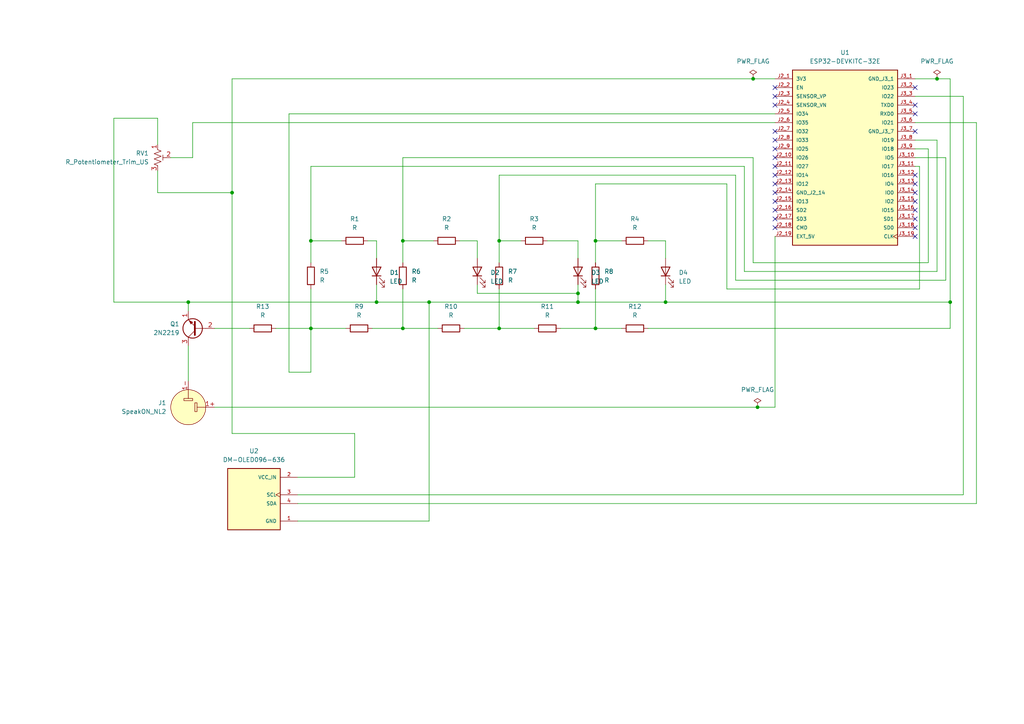
<source format=kicad_sch>
(kicad_sch (version 20250114) (generator "eeschema") (generator_version "9.0")
  (paper "A4")
  (lib_symbols
    (symbol "Connector_Audio:SpeakON_NL2" (pin_names (hide yes))
      (property "Reference" "J" (at 2.54 8.89 0))
      (property "Value" "SpeakON_NL2" (at 7.62 6.35 0))
      (symbol "SpeakON_NL2_0_1"
        (polyline (pts (xy -5.08 0) (xy -2.54 0)))
        (rectangle (start -2.54 1.27) (end -1.905 -1.27))
        (rectangle (start -1.27 2.54) (end 1.27 1.905))
        (polyline (pts (xy 0 5.08) (xy 0 2.54)))
        (circle (center 0 0) (radius 5.08) (fill (type background)))
        (pin passive line (at -7.62 0 0) (length 2.54) (name "1-") (number "1-"))
      )
      (symbol "SpeakON_NL2_1_1"
        (pin passive line (at 0 7.62 270) (length 2.54) (name "1+") (number "1+"))
      )
    )
    (symbol "DM-OLED096-636:DM-OLED096-636" (pin_names (offset 1.016))
      (property "Reference" "U" (at -7.62 10.922 0))
      (property "Value" "DM-OLED096-636" (at -7.62 -10.16 0))
      (symbol "DM-OLED096-636_0_0"
        (rectangle (start -7.62 -7.62) (end 7.62 10.16) (stroke (width 0.254)) (fill (type background)))
        (pin power_in line (at 12.7 7.62 180) (length 5.08) (name "VCC_IN") (number "2"))
        (pin input clock (at 12.7 2.54 180) (length 5.08) (name "SCL") (number "3"))
        (pin bidirectional line (at 12.7 0 180) (length 5.08) (name "SDA") (number "4"))
        (pin power_in line (at 12.7 -5.08 180) (length 5.08) (name "GND") (number "1"))
      )
    )
    (symbol "Device:LED" (pin_numbers (hide yes)) (pin_names (offset 1.016) (hide yes))
      (property "Reference" "D" (at 0 2.54 0))
      (property "Value" "LED" (at 0 -2.54 0))
      (symbol "LED_0_1"
        (polyline (pts (xy -3.048 -0.762) (xy -4.572 -2.286) (xy -3.81 -2.286) (xy -4.572 -2.286) (xy -4.572 -1.524)))
        (polyline (pts (xy -1.778 -0.762) (xy -3.302 -2.286) (xy -2.54 -2.286) (xy -3.302 -2.286) (xy -3.302 -1.524)))
        (polyline (pts (xy -1.27 0) (xy 1.27 0)))
        (polyline (pts (xy -1.27 -1.27) (xy -1.27 1.27)) (stroke (width 0.254)))
        (polyline (pts (xy 1.27 -1.27) (xy 1.27 1.27) (xy -1.27 0) (xy 1.27 -1.27)) (stroke (width 0.254)))
      )
      (symbol "LED_1_1"
        (pin passive line (at -3.81 0 0) (length 2.54) (name "K") (number "1"))
        (pin passive line (at 3.81 0 180) (length 2.54) (name "A") (number "2"))
      )
    )
    (symbol "Device:R" (pin_numbers (hide yes)) (pin_names (offset 0))
      (property "Reference" "R" (at 2.032 0 90))
      (property "Value" "R" (at 0 0 90))
      (symbol "R_0_1"
        (rectangle (start -1.016 -2.54) (end 1.016 2.54) (stroke (width 0.254)))
      )
      (symbol "R_1_1"
        (pin passive line (at 0 3.81 270) (length 1.27) (name "~") (number "1"))
        (pin passive line (at 0 -3.81 90) (length 1.27) (name "~") (number "2"))
      )
    )
    (symbol "Device:R_Potentiometer_Trim_US" (pin_names (offset 1.016) (hide yes))
      (property "Reference" "RV" (at -4.445 0 90))
      (property "Value" "R_Potentiometer_Trim_US" (at -2.54 0 90))
      (symbol "R_Potentiometer_Trim_US_0_1"
        (polyline (pts (xy 0 2.286) (xy 0 2.54)))
        (polyline (pts (xy 0 2.286) (xy 1.016 1.905) (xy 0 1.524) (xy -1.016 1.143) (xy 0 0.762)))
        (polyline (pts (xy 0 0.762) (xy 1.016 0.381) (xy 0 0) (xy -1.016 -0.381) (xy 0 -0.762)))
        (polyline (pts (xy 0 -0.762) (xy 1.016 -1.143) (xy 0 -1.524) (xy -1.016 -1.905) (xy 0 -2.286)))
        (polyline (pts (xy 0 -2.286) (xy 0 -2.54)))
        (polyline (pts (xy 1.524 0.762) (xy 1.524 -0.762)))
        (polyline (pts (xy 2.54 0) (xy 1.524 0)))
      )
      (symbol "R_Potentiometer_Trim_US_1_1"
        (pin passive line (at 0 3.81 270) (length 1.27) (name "1") (number "1"))
        (pin passive line (at 0 -3.81 90) (length 1.27) (name "3") (number "3"))
        (pin passive line (at 3.81 0 180) (length 1.27) (name "2") (number "2"))
      )
    )
    (symbol "ESP32-DEVKITC-32E:ESP32-DEVKITC-32E" (pin_names (offset 1.016))
      (property "Reference" "U" (at -15.24 26.162 0))
      (property "Value" "ESP32-DEVKITC-32E" (at -15.24 -27.94 0))
      (symbol "ESP32-DEVKITC-32E_0_0"
        (rectangle (start -15.24 -25.4) (end 15.24 25.4) (stroke (width 0.254)) (fill (type background)))
        (pin power_in line (at -20.32 22.86 0) (length 5.08) (name "3V3") (number "J2_1"))
        (pin input line (at -20.32 20.32 0) (length 5.08) (name "EN") (number "J2_2"))
        (pin bidirectional line (at -20.32 17.78 0) (length 5.08) (name "SENSOR_VP") (number "J2_3"))
        (pin bidirectional line (at -20.32 15.24 0) (length 5.08) (name "SENSOR_VN") (number "J2_4"))
        (pin bidirectional line (at -20.32 12.7 0) (length 5.08) (name "IO34") (number "J2_5"))
        (pin bidirectional line (at -20.32 10.16 0) (length 5.08) (name "IO35") (number "J2_6"))
        (pin bidirectional line (at -20.32 7.62 0) (length 5.08) (name "IO32") (number "J2_7"))
        (pin bidirectional line (at -20.32 5.08 0) (length 5.08) (name "IO33") (number "J2_8"))
        (pin bidirectional line (at -20.32 2.54 0) (length 5.08) (name "IO25") (number "J2_9"))
        (pin bidirectional line (at -20.32 0 0) (length 5.08) (name "IO26") (number "J2_10"))
        (pin bidirectional line (at -20.32 -2.54 0) (length 5.08) (name "IO27") (number "J2_11"))
        (pin bidirectional line (at -20.32 -5.08 0) (length 5.08) (name "IO14") (number "J2_12"))
        (pin bidirectional line (at -20.32 -7.62 0) (length 5.08) (name "IO12") (number "J2_13"))
        (pin power_in line (at -20.32 -10.16 0) (length 5.08) (name "GND_J2_14") (number "J2_14"))
        (pin bidirectional line (at -20.32 -12.7 0) (length 5.08) (name "IO13") (number "J2_15"))
        (pin bidirectional line (at -20.32 -15.24 0) (length 5.08) (name "SD2") (number "J2_16"))
        (pin bidirectional line (at -20.32 -17.78 0) (length 5.08) (name "SD3") (number "J2_17"))
        (pin bidirectional line (at -20.32 -20.32 0) (length 5.08) (name "CMD") (number "J2_18"))
        (pin power_in line (at -20.32 -22.86 0) (length 5.08) (name "EXT_5V") (number "J2_19"))
        (pin power_in line (at 20.32 22.86 180) (length 5.08) (name "GND_J3_1") (number "J3_1"))
        (pin bidirectional line (at 20.32 20.32 180) (length 5.08) (name "IO23") (number "J3_2"))
        (pin bidirectional line (at 20.32 17.78 180) (length 5.08) (name "IO22") (number "J3_3"))
        (pin bidirectional line (at 20.32 15.24 180) (length 5.08) (name "TXD0") (number "J3_4"))
        (pin bidirectional line (at 20.32 12.7 180) (length 5.08) (name "RXD0") (number "J3_5"))
        (pin bidirectional line (at 20.32 10.16 180) (length 5.08) (name "IO21") (number "J3_6"))
        (pin power_in line (at 20.32 7.62 180) (length 5.08) (name "GND_J3_7") (number "J3_7"))
        (pin bidirectional line (at 20.32 5.08 180) (length 5.08) (name "IO19") (number "J3_8"))
        (pin bidirectional line (at 20.32 2.54 180) (length 5.08) (name "IO18") (number "J3_9"))
        (pin bidirectional line (at 20.32 0 180) (length 5.08) (name "IO5") (number "J3_10"))
        (pin bidirectional line (at 20.32 -2.54 180) (length 5.08) (name "IO17") (number "J3_11"))
        (pin bidirectional line (at 20.32 -5.08 180) (length 5.08) (name "IO16") (number "J3_12"))
        (pin bidirectional line (at 20.32 -7.62 180) (length 5.08) (name "IO4") (number "J3_13"))
        (pin bidirectional line (at 20.32 -10.16 180) (length 5.08) (name "IO0") (number "J3_14"))
        (pin bidirectional line (at 20.32 -12.7 180) (length 5.08) (name "IO2") (number "J3_15"))
        (pin bidirectional line (at 20.32 -15.24 180) (length 5.08) (name "IO15") (number "J3_16"))
        (pin bidirectional line (at 20.32 -17.78 180) (length 5.08) (name "SD1") (number "J3_17"))
        (pin bidirectional line (at 20.32 -20.32 180) (length 5.08) (name "SD0") (number "J3_18"))
        (pin bidirectional clock (at 20.32 -22.86 180) (length 5.08) (name "CLK") (number "J3_19"))
      )
    )
    (symbol "Transistor_BJT:2N2219" (pin_names (offset 0) (hide yes))
      (property "Reference" "Q" (at 5.08 1.905 0))
      (property "Value" "2N2219" (at 5.08 0 0))
      (symbol "2N2219_0_1"
        (polyline (pts (xy -2.54 0) (xy 0.635 0)))
        (polyline (pts (xy 0.635 1.905) (xy 0.635 -1.905)) (stroke (width 0.508)))
        (circle (center 1.27 0) (radius 2.8194) (stroke (width 0.254)))
      )
      (symbol "2N2219_1_1"
        (polyline (pts (xy 0.635 0.635) (xy 2.54 2.54)))
        (polyline (pts (xy 0.635 -0.635) (xy 2.54 -2.54)))
        (polyline (pts (xy 1.27 -1.778) (xy 1.778 -1.27) (xy 2.286 -2.286) (xy 1.27 -1.778)) (fill (type outline)))
        (pin input line (at -5.08 0 0) (length 2.54) (name "B") (number "2"))
        (pin passive line (at 2.54 5.08 270) (length 2.54) (name "C") (number "3"))
        (pin passive line (at 2.54 -5.08 90) (length 2.54) (name "E") (number "1"))
      )
    )
    (symbol "power:PWR_FLAG" (power) (pin_numbers (hide yes)) (pin_names (offset 0) (hide yes))
      (property "Value" "PWR_FLAG" (at 0 3.81 0))
      (symbol "PWR_FLAG_0_0"
        (pin power_out line (at 0 0 90) (length 0) (name "~") (number "1"))
      )
      (symbol "PWR_FLAG_0_1"
        (polyline (pts (xy 0 0) (xy 0 1.27) (xy -1.016 1.905) (xy 0 2.54) (xy 1.016 1.905) (xy 0 1.27)))
      )
    )
  )
  (junction (at 116.84 69.85))
  (junction (at 116.84 95.25))
  (junction (at 54.61 87.63))
  (junction (at 193.04 87.63))
  (junction (at 218.44 22.86))
  (junction (at 90.17 95.25))
  (junction (at 144.78 69.85))
  (junction (at 167.64 85.09))
  (junction (at 67.31 55.88))
  (junction (at 144.78 95.25))
  (junction (at 109.22 87.63))
  (junction (at 90.17 69.85))
  (junction (at 167.64 87.63))
  (junction (at 271.78 22.86))
  (junction (at 172.72 69.85))
  (junction (at 172.72 95.25))
  (junction (at 219.71 118.11))
  (junction (at 124.46 87.63))
  (junction (at 275.59 87.63))
  (no_connect (at 265.43 25.4))
  (no_connect (at 224.79 27.94))
  (no_connect (at 224.79 58.42))
  (no_connect (at 265.43 60.96))
  (no_connect (at 224.79 45.72))
  (no_connect (at 224.79 43.18))
  (no_connect (at 265.43 66.04))
  (no_connect (at 265.43 38.1))
  (no_connect (at 224.79 40.64))
  (no_connect (at 265.43 68.58))
  (no_connect (at 224.79 38.1))
  (no_connect (at 224.79 53.34))
  (no_connect (at 224.79 60.96))
  (no_connect (at 265.43 63.5))
  (no_connect (at 224.79 25.4))
  (no_connect (at 224.79 63.5))
  (no_connect (at 224.79 66.04))
  (no_connect (at 265.43 33.02))
  (no_connect (at 224.79 48.26))
  (no_connect (at 224.79 30.48))
  (no_connect (at 265.43 50.8))
  (no_connect (at 265.43 53.34))
  (no_connect (at 224.79 55.88))
  (no_connect (at 265.43 30.48))
  (no_connect (at 265.43 58.42))
  (no_connect (at 265.43 55.88))
  (no_connect (at 224.79 50.8))
  (wire (pts (xy 274.32 81.28) (xy 213.36 81.28)))
  (wire (pts (xy 193.04 87.63) (xy 167.64 87.63)))
  (wire (pts (xy 90.17 107.95) (xy 83.82 107.95)))
  (wire (pts (xy 265.43 40.64) (xy 271.78 40.64)))
  (wire (pts (xy 266.7 48.26) (xy 265.43 48.26)))
  (wire (pts (xy 144.78 50.8) (xy 144.78 69.85)))
  (wire (pts (xy 215.9 48.26) (xy 90.17 48.26)))
  (wire (pts (xy 271.78 78.74) (xy 215.9 78.74)))
  (wire (pts (xy 158.75 69.85) (xy 167.64 69.85)))
  (wire (pts (xy 62.23 118.11) (xy 219.71 118.11)))
  (wire (pts (xy 218.44 45.72) (xy 116.84 45.72)))
  (wire (pts (xy 213.36 50.8) (xy 144.78 50.8)))
  (wire (pts (xy 45.72 49.53) (xy 45.72 55.88)))
  (wire (pts (xy 215.9 78.74) (xy 215.9 48.26)))
  (wire (pts (xy 86.36 151.13) (xy 124.46 151.13)))
  (wire (pts (xy 266.7 83.82) (xy 266.7 48.26)))
  (wire (pts (xy 210.82 83.82) (xy 266.7 83.82)))
  (wire (pts (xy 275.59 87.63) (xy 193.04 87.63)))
  (wire (pts (xy 138.43 82.55) (xy 138.43 85.09)))
  (wire (pts (xy 138.43 85.09) (xy 167.64 85.09)))
  (wire (pts (xy 45.72 34.29) (xy 45.72 41.91)))
  (wire (pts (xy 54.61 87.63) (xy 33.02 87.63)))
  (wire (pts (xy 86.36 143.51) (xy 279.4 143.51)))
  (wire (pts (xy 275.59 87.63) (xy 275.59 95.25)))
  (wire (pts (xy 172.72 95.25) (xy 180.34 95.25)))
  (wire (pts (xy 144.78 83.82) (xy 144.78 95.25)))
  (wire (pts (xy 109.22 69.85) (xy 109.22 74.93)))
  (wire (pts (xy 274.32 45.72) (xy 274.32 81.28)))
  (wire (pts (xy 83.82 33.02) (xy 224.79 33.02)))
  (wire (pts (xy 80.01 95.25) (xy 90.17 95.25)))
  (wire (pts (xy 172.72 69.85) (xy 172.72 53.34)))
  (wire (pts (xy 83.82 33.02) (xy 83.82 107.95)))
  (wire (pts (xy 90.17 83.82) (xy 90.17 95.25)))
  (wire (pts (xy 116.84 45.72) (xy 116.84 69.85)))
  (wire (pts (xy 133.35 69.85) (xy 138.43 69.85)))
  (wire (pts (xy 144.78 95.25) (xy 154.94 95.25)))
  (wire (pts (xy 67.31 55.88) (xy 67.31 125.73)))
  (wire (pts (xy 54.61 100.33) (xy 54.61 110.49)))
  (wire (pts (xy 218.44 22.86) (xy 67.31 22.86)))
  (wire (pts (xy 116.84 95.25) (xy 127 95.25)))
  (wire (pts (xy 283.21 35.56) (xy 265.43 35.56)))
  (wire (pts (xy 210.82 53.34) (xy 210.82 83.82)))
  (wire (pts (xy 193.04 82.55) (xy 193.04 87.63)))
  (wire (pts (xy 167.64 87.63) (xy 167.64 85.09)))
  (wire (pts (xy 107.95 95.25) (xy 116.84 95.25)))
  (wire (pts (xy 124.46 87.63) (xy 167.64 87.63)))
  (wire (pts (xy 162.56 95.25) (xy 172.72 95.25)))
  (wire (pts (xy 224.79 22.86) (xy 218.44 22.86)))
  (wire (pts (xy 86.36 138.43) (xy 102.87 138.43)))
  (wire (pts (xy 49.53 45.72) (xy 55.88 45.72)))
  (wire (pts (xy 279.4 27.94) (xy 265.43 27.94)))
  (wire (pts (xy 138.43 69.85) (xy 138.43 74.93)))
  (wire (pts (xy 54.61 87.63) (xy 54.61 90.17)))
  (wire (pts (xy 124.46 151.13) (xy 124.46 87.63)))
  (wire (pts (xy 62.23 95.25) (xy 72.39 95.25)))
  (wire (pts (xy 90.17 48.26) (xy 90.17 69.85)))
  (wire (pts (xy 275.59 22.86) (xy 275.59 87.63)))
  (wire (pts (xy 67.31 125.73) (xy 102.87 125.73)))
  (wire (pts (xy 172.72 76.2) (xy 172.72 69.85)))
  (wire (pts (xy 224.79 35.56) (xy 55.88 35.56)))
  (wire (pts (xy 90.17 95.25) (xy 90.17 107.95)))
  (wire (pts (xy 193.04 69.85) (xy 193.04 74.93)))
  (wire (pts (xy 271.78 40.64) (xy 271.78 78.74)))
  (wire (pts (xy 269.24 43.18) (xy 269.24 76.2)))
  (wire (pts (xy 167.64 69.85) (xy 167.64 74.93)))
  (wire (pts (xy 86.36 146.05) (xy 283.21 146.05)))
  (wire (pts (xy 134.62 95.25) (xy 144.78 95.25)))
  (wire (pts (xy 33.02 87.63) (xy 33.02 34.29)))
  (wire (pts (xy 265.43 43.18) (xy 269.24 43.18)))
  (wire (pts (xy 67.31 55.88) (xy 45.72 55.88)))
  (wire (pts (xy 106.68 69.85) (xy 109.22 69.85)))
  (wire (pts (xy 116.84 76.2) (xy 116.84 69.85)))
  (wire (pts (xy 144.78 76.2) (xy 144.78 69.85)))
  (wire (pts (xy 265.43 45.72) (xy 274.32 45.72)))
  (wire (pts (xy 33.02 34.29) (xy 45.72 34.29)))
  (wire (pts (xy 109.22 82.55) (xy 109.22 87.63)))
  (wire (pts (xy 90.17 76.2) (xy 90.17 69.85)))
  (wire (pts (xy 279.4 143.51) (xy 279.4 27.94)))
  (wire (pts (xy 269.24 76.2) (xy 218.44 76.2)))
  (wire (pts (xy 219.71 118.11) (xy 224.79 118.11)))
  (wire (pts (xy 172.72 69.85) (xy 180.34 69.85)))
  (wire (pts (xy 116.84 83.82) (xy 116.84 95.25)))
  (wire (pts (xy 172.72 53.34) (xy 210.82 53.34)))
  (wire (pts (xy 283.21 146.05) (xy 283.21 35.56)))
  (wire (pts (xy 67.31 22.86) (xy 67.31 55.88)))
  (wire (pts (xy 167.64 85.09) (xy 167.64 82.55)))
  (wire (pts (xy 275.59 95.25) (xy 187.96 95.25)))
  (wire (pts (xy 102.87 125.73) (xy 102.87 138.43)))
  (wire (pts (xy 172.72 83.82) (xy 172.72 95.25)))
  (wire (pts (xy 271.78 22.86) (xy 275.59 22.86)))
  (wire (pts (xy 116.84 69.85) (xy 125.73 69.85)))
  (wire (pts (xy 109.22 87.63) (xy 54.61 87.63)))
  (wire (pts (xy 218.44 76.2) (xy 218.44 45.72)))
  (wire (pts (xy 265.43 22.86) (xy 271.78 22.86)))
  (wire (pts (xy 90.17 95.25) (xy 100.33 95.25)))
  (wire (pts (xy 187.96 69.85) (xy 193.04 69.85)))
  (wire (pts (xy 144.78 69.85) (xy 151.13 69.85)))
  (wire (pts (xy 213.36 81.28) (xy 213.36 50.8)))
  (wire (pts (xy 109.22 87.63) (xy 124.46 87.63)))
  (wire (pts (xy 55.88 35.56) (xy 55.88 45.72)))
  (wire (pts (xy 224.79 68.58) (xy 224.79 118.11)))
  (wire (pts (xy 90.17 69.85) (xy 99.06 69.85)))
  (symbol (lib_id "Device:R") (at 144.78 80.01 0) (unit 1)
    (property "Reference" "R7" (at 147.32 78.7399 0) (effects (justify left)))
    (property "Value" "R" (at 147.32 81.2799 0) (effects (justify left)))
    (property "Footprint" "Resistor_THT:R_Axial_DIN0204_L3.6mm_D1.6mm_P5.08mm_Horizontal" (effects (hide yes)))
    (property "Description" "Resistor" (effects (hide yes)))
  )
  (symbol (lib_id "Device:R") (at 184.15 69.85 90) (unit 1)
    (property "Reference" "R4" (at 184.15 63.5 90))
    (property "Value" "R" (at 184.15 66.04 90))
    (property "Footprint" "Resistor_THT:R_Axial_DIN0204_L3.6mm_D1.6mm_P5.08mm_Horizontal" (effects (hide yes)))
    (property "Description" "Resistor" (effects (hide yes)))
  )
  (symbol (lib_id "Device:R_Potentiometer_Trim_US") (at 45.72 45.72 0) (unit 1)
    (property "Reference" "RV1" (at 43.18 44.4499 0) (effects (justify right)))
    (property "Value" "R_Potentiometer_Trim_US" (at 43.18 46.9899 0) (effects (justify right)))
    (property "Footprint" "Potentiometer_THT:Potentiometer_Bourns_3296W_Vertical" (effects (hide yes)))
    (property "Description" "Trim-potentiometer, US symbol" (effects (hide yes)))
  )
  (symbol (lib_id "Transistor_BJT:2N2219") (at 57.15 95.25 180) (unit 1)
    (property "Reference" "Q1" (at 52.07 93.9799 0) (effects (justify left)))
    (property "Value" "2N2219" (at 52.07 96.5199 0) (effects (justify left)))
    (property "Footprint" "Package_TO_SOT_THT:TO-39-3" (effects (hide yes)))
    (property "Datasheet" "http://www.onsemi.com/pub_link/Collateral/2N2219-D.PDF" (effects (hide yes)))
    (property "Description" "800mA Ic, 50V Vce, NPN Transistor, TO-39" (effects (hide yes)))
  )
  (symbol (lib_id "Device:R") (at 104.14 95.25 90) (unit 1)
    (property "Reference" "R9" (at 104.14 88.9 90))
    (property "Value" "R" (at 104.14 91.44 90))
    (property "Footprint" "Resistor_THT:R_Axial_DIN0204_L3.6mm_D1.6mm_P5.08mm_Horizontal" (effects (hide yes)))
    (property "Description" "Resistor" (effects (hide yes)))
  )
  (symbol (lib_id "Connector_Audio:SpeakON_NL2") (at 54.61 118.11 270) (unit 1)
    (property "Reference" "J1" (at 48.26 116.8399 90) (effects (justify right)))
    (property "Value" "SpeakON_NL2" (at 48.26 119.3799 90) (effects (justify right)))
    (property "Footprint" "Connector_Audio:Jack_speakON_Neutrik_NL2MDXX-V_Vertical" (effects (hide yes)))
    (property "Datasheet" "http://www.neutrik.com/en/speakon/" (effects (hide yes)))
    (property "Description" "speakON Connector, Male or Female, NL2" (effects (hide yes)))
  )
  (symbol (lib_id "Device:LED") (at 193.04 78.74 90) (unit 1)
    (property "Reference" "D4" (at 196.85 79.0574 90) (effects (justify right)))
    (property "Value" "LED" (at 196.85 81.5974 90) (effects (justify right)))
    (property "Footprint" "LED_THT:LED_D3.0mm_Clear" (effects (hide yes)))
    (property "Description" "Light emitting diode" (effects (hide yes)))
    (property "Sim.Pins" "1=K 2=A" (effects (hide yes)))
  )
  (symbol (lib_id "Device:R") (at 172.72 80.01 0) (unit 1)
    (property "Reference" "R8" (at 175.26 78.7399 0) (effects (justify left)))
    (property "Value" "R" (at 175.26 81.2799 0) (effects (justify left)))
    (property "Footprint" "Resistor_THT:R_Axial_DIN0204_L3.6mm_D1.6mm_P5.08mm_Horizontal" (effects (hide yes)))
    (property "Description" "Resistor" (effects (hide yes)))
  )
  (symbol (lib_id "Device:LED") (at 109.22 78.74 90) (unit 1)
    (property "Reference" "D1" (at 113.03 79.0574 90) (effects (justify right)))
    (property "Value" "LED" (at 113.03 81.5974 90) (effects (justify right)))
    (property "Footprint" "LED_THT:LED_D3.0mm_Clear" (effects (hide yes)))
    (property "Description" "Light emitting diode" (effects (hide yes)))
    (property "Sim.Pins" "1=K 2=A" (effects (hide yes)))
  )
  (symbol (lib_id "Device:R") (at 130.81 95.25 90) (unit 1)
    (property "Reference" "R10" (at 130.81 88.9 90))
    (property "Value" "R" (at 130.81 91.44 90))
    (property "Footprint" "Resistor_THT:R_Axial_DIN0204_L3.6mm_D1.6mm_P5.08mm_Horizontal" (effects (hide yes)))
    (property "Description" "Resistor" (effects (hide yes)))
  )
  (symbol (lib_id "ESP32-DEVKITC-32E:ESP32-DEVKITC-32E") (at 245.11 45.72 0) (unit 1)
    (property "Reference" "U1" (at 245.11 15.24 0))
    (property "Value" "ESP32-DEVKITC-32E" (at 245.11 17.78 0))
    (property "Footprint" "ESP32:MODULE_ESP32-DEVKITC-32E" (effects (hide yes)))
    (property "MF" "Espressif Systems" (effects (hide yes)))
    (property "Description_1" "The ESP32-DEVKITC-32E transceiver evaluation board from Espressif Systems is a powerful development tool for wireless communication technologies. It supports 802.11 b/g/n Wi-Fi and Bluetooth® Smart Ready 4.x (BLE) dual-mode at 2.4GHz, making it ideal for a variety of IoT applications. Equipped with a PCB antenna and 4MB flash, this board provides reliable connectivity and ample memory for developing and testing RF, RFID, and wireless solutions." (effects (hide yes)))
    (property "Package" "None" (effects (hide yes)))
    (property "Price" "None" (effects (hide yes)))
    (property "Check_prices" "https://www.snapeda.com/parts/ESP32-DEVKITC-32E/Espressif+Systems/view-part/?ref=eda" (effects (hide yes)))
    (property "STANDARD" "Manufacturer Recommendations" (effects (hide yes)))
    (property "PARTREV" "1.4" (effects (hide yes)))
    (property "SnapEDA_Link" "https://www.snapeda.com/parts/ESP32-DEVKITC-32E/Espressif+Systems/view-part/?ref=snap" (effects (hide yes)))
    (property "MP" "ESP32-DEVKITC-32E" (effects (hide yes)))
    (property "Availability" "In Stock" (effects (hide yes)))
    (property "MANUFACTURER" "Espressif Systems" (effects (hide yes)))
  )
  (symbol (lib_id "DM-OLED096-636:DM-OLED096-636") (at 73.66 146.05 0) (unit 1)
    (property "Reference" "U2" (at 73.66 130.81 0))
    (property "Value" "DM-OLED096-636" (at 73.66 133.35 0))
    (property "Footprint" "DM-OLED096-636:MODULE_DM-OLED096-636" (effects (hide yes)))
    (property "MF" "Display Module" (effects (hide yes)))
    (property "MAXIMUM_PACKAGE_HEIGHT" "11.3 mm" (effects (hide yes)))
    (property "Package" "Package" (effects (hide yes)))
    (property "Price" "None" (effects (hide yes)))
    (property "Check_prices" "https://www.snapeda.com/parts/DM-OLED096-636/Display+Module/view-part/?ref=eda" (effects (hide yes)))
    (property "STANDARD" "Manufacturer Recommendations" (effects (hide yes)))
    (property "PARTREV" "2018-09-10" (effects (hide yes)))
    (property "SnapEDA_Link" "https://www.snapeda.com/parts/DM-OLED096-636/Display+Module/view-part/?ref=snap" (effects (hide yes)))
    (property "MP" "DM-OLED096-636" (effects (hide yes)))
    (property "Description_1" "0.96” 128 X 64 MONOCHROME GRAPHIC OLED DISPLAY MODULE - I2C" (effects (hide yes)))
    (property "Availability" "Not in stock" (effects (hide yes)))
    (property "MANUFACTURER" "Displaymodule" (effects (hide yes)))
  )
  (symbol (lib_id "Device:R") (at 154.94 69.85 90) (unit 1)
    (property "Reference" "R3" (at 154.94 63.5 90))
    (property "Value" "R" (at 154.94 66.04 90))
    (property "Footprint" "Resistor_THT:R_Axial_DIN0204_L3.6mm_D1.6mm_P5.08mm_Horizontal" (effects (hide yes)))
    (property "Description" "Resistor" (effects (hide yes)))
  )
  (symbol (lib_id "Device:R") (at 102.87 69.85 90) (unit 1)
    (property "Reference" "R1" (at 102.87 63.5 90))
    (property "Value" "R" (at 102.87 66.04 90))
    (property "Footprint" "Resistor_THT:R_Axial_DIN0204_L3.6mm_D1.6mm_P5.08mm_Horizontal" (effects (hide yes)))
    (property "Description" "Resistor" (effects (hide yes)))
  )
  (symbol (lib_id "Device:R") (at 184.15 95.25 90) (unit 1)
    (property "Reference" "R12" (at 184.15 88.9 90))
    (property "Value" "R" (at 184.15 91.44 90))
    (property "Footprint" "Resistor_THT:R_Axial_DIN0204_L3.6mm_D1.6mm_P5.08mm_Horizontal" (effects (hide yes)))
    (property "Description" "Resistor" (effects (hide yes)))
  )
  (symbol (lib_id "power:PWR_FLAG") (at 219.71 118.11 0) (unit 1)
    (property "Reference" "#FLG02" (effects (hide yes)))
    (property "Value" "PWR_FLAG" (at 219.71 113.03 0))
    (property "Description" "Special symbol for telling ERC where power comes from" (effects (hide yes)))
  )
  (symbol (lib_id "Device:R") (at 90.17 80.01 180) (unit 1)
    (property "Reference" "R5" (at 92.71 78.7399 0) (effects (justify right)))
    (property "Value" "R" (at 92.71 81.2799 0) (effects (justify right)))
    (property "Footprint" "Resistor_THT:R_Axial_DIN0204_L3.6mm_D1.6mm_P5.08mm_Horizontal" (effects (hide yes)))
    (property "Description" "Resistor" (effects (hide yes)))
  )
  (symbol (lib_id "power:PWR_FLAG") (at 218.44 22.86 0) (unit 1)
    (property "Reference" "#FLG01" (effects (hide yes)))
    (property "Value" "PWR_FLAG" (at 218.44 17.78 0))
    (property "Description" "Special symbol for telling ERC where power comes from" (effects (hide yes)))
  )
  (symbol (lib_id "power:PWR_FLAG") (at 271.78 22.86 0) (unit 1)
    (property "Reference" "#FLG03" (effects (hide yes)))
    (property "Value" "PWR_FLAG" (at 271.78 17.78 0))
    (property "Description" "Special symbol for telling ERC where power comes from" (effects (hide yes)))
  )
  (symbol (lib_id "Device:R") (at 158.75 95.25 90) (unit 1)
    (property "Reference" "R11" (at 158.75 88.9 90))
    (property "Value" "R" (at 158.75 91.44 90))
    (property "Footprint" "Resistor_THT:R_Axial_DIN0204_L3.6mm_D1.6mm_P5.08mm_Horizontal" (effects (hide yes)))
    (property "Description" "Resistor" (effects (hide yes)))
  )
  (symbol (lib_id "Device:R") (at 116.84 80.01 0) (unit 1)
    (property "Reference" "R6" (at 119.38 78.7399 0) (effects (justify left)))
    (property "Value" "R" (at 119.38 81.2799 0) (effects (justify left)))
    (property "Footprint" "Resistor_THT:R_Axial_DIN0204_L3.6mm_D1.6mm_P5.08mm_Horizontal" (effects (hide yes)))
    (property "Description" "Resistor" (effects (hide yes)))
  )
  (symbol (lib_id "Device:LED") (at 138.43 78.74 90) (unit 1)
    (property "Reference" "D2" (at 142.24 79.0574 90) (effects (justify right)))
    (property "Value" "LED" (at 142.24 81.5974 90) (effects (justify right)))
    (property "Footprint" "LED_THT:LED_D3.0mm_Clear" (effects (hide yes)))
    (property "Description" "Light emitting diode" (effects (hide yes)))
    (property "Sim.Pins" "1=K 2=A" (effects (hide yes)))
  )
  (symbol (lib_id "Device:LED") (at 167.64 78.74 90) (unit 1)
    (property "Reference" "D3" (at 171.45 79.0574 90) (effects (justify right)))
    (property "Value" "LED" (at 171.45 81.5974 90) (effects (justify right)))
    (property "Footprint" "LED_THT:LED_D3.0mm_Clear" (effects (hide yes)))
    (property "Description" "Light emitting diode" (effects (hide yes)))
    (property "Sim.Pins" "1=K 2=A" (effects (hide yes)))
  )
  (symbol (lib_id "Device:R") (at 129.54 69.85 90) (unit 1)
    (property "Reference" "R2" (at 129.54 63.5 90))
    (property "Value" "R" (at 129.54 66.04 90))
    (property "Footprint" "Resistor_THT:R_Axial_DIN0204_L3.6mm_D1.6mm_P5.08mm_Horizontal" (effects (hide yes)))
    (property "Description" "Resistor" (effects (hide yes)))
  )
  (symbol (lib_id "Device:R") (at 76.2 95.25 90) (unit 1)
    (property "Reference" "R13" (at 76.2 88.9 90))
    (property "Value" "R" (at 76.2 91.44 90))
    (property "Footprint" "Resistor_THT:R_Axial_DIN0204_L3.6mm_D1.6mm_P5.08mm_Horizontal" (effects (hide yes)))
    (property "Description" "Resistor" (effects (hide yes)))
  )
)
</source>
